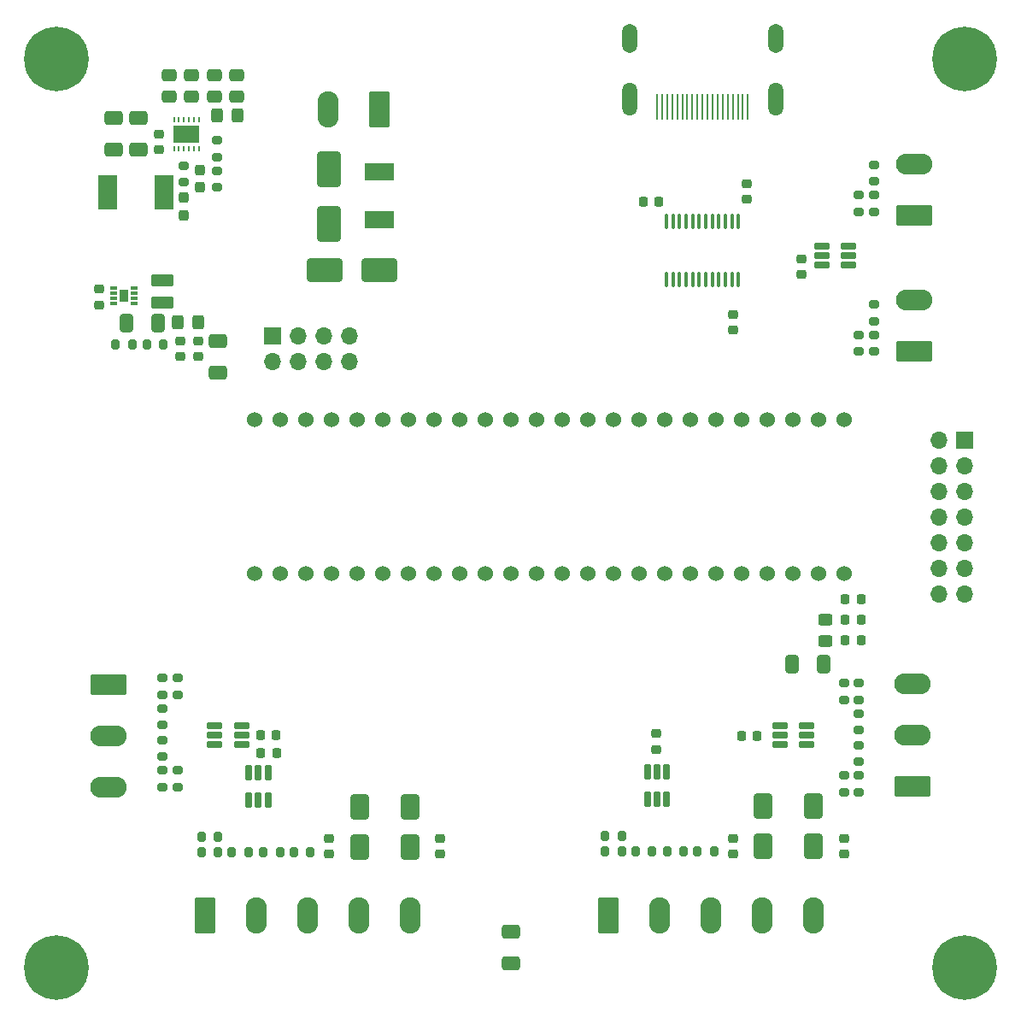
<source format=gbr>
%TF.GenerationSoftware,KiCad,Pcbnew,8.0.4*%
%TF.CreationDate,2024-09-25T08:20:50+02:00*%
%TF.ProjectId,pong_pcb,706f6e67-5f70-4636-922e-6b696361645f,rev?*%
%TF.SameCoordinates,Original*%
%TF.FileFunction,Soldermask,Top*%
%TF.FilePolarity,Negative*%
%FSLAX46Y46*%
G04 Gerber Fmt 4.6, Leading zero omitted, Abs format (unit mm)*
G04 Created by KiCad (PCBNEW 8.0.4) date 2024-09-25 08:20:50*
%MOMM*%
%LPD*%
G01*
G04 APERTURE LIST*
G04 Aperture macros list*
%AMRoundRect*
0 Rectangle with rounded corners*
0 $1 Rounding radius*
0 $2 $3 $4 $5 $6 $7 $8 $9 X,Y pos of 4 corners*
0 Add a 4 corners polygon primitive as box body*
4,1,4,$2,$3,$4,$5,$6,$7,$8,$9,$2,$3,0*
0 Add four circle primitives for the rounded corners*
1,1,$1+$1,$2,$3*
1,1,$1+$1,$4,$5*
1,1,$1+$1,$6,$7*
1,1,$1+$1,$8,$9*
0 Add four rect primitives between the rounded corners*
20,1,$1+$1,$2,$3,$4,$5,0*
20,1,$1+$1,$4,$5,$6,$7,0*
20,1,$1+$1,$6,$7,$8,$9,0*
20,1,$1+$1,$8,$9,$2,$3,0*%
G04 Aperture macros list end*
%ADD10RoundRect,0.200000X-0.200000X-0.275000X0.200000X-0.275000X0.200000X0.275000X-0.200000X0.275000X0*%
%ADD11RoundRect,0.225000X0.250000X-0.225000X0.250000X0.225000X-0.250000X0.225000X-0.250000X-0.225000X0*%
%ADD12RoundRect,0.250000X0.650000X-1.000000X0.650000X1.000000X-0.650000X1.000000X-0.650000X-1.000000X0*%
%ADD13RoundRect,0.225000X0.225000X0.250000X-0.225000X0.250000X-0.225000X-0.250000X0.225000X-0.250000X0*%
%ADD14RoundRect,0.200000X0.200000X0.275000X-0.200000X0.275000X-0.200000X-0.275000X0.200000X-0.275000X0*%
%ADD15RoundRect,0.225000X-0.250000X0.225000X-0.250000X-0.225000X0.250000X-0.225000X0.250000X0.225000X0*%
%ADD16RoundRect,0.200000X-0.275000X0.200000X-0.275000X-0.200000X0.275000X-0.200000X0.275000X0.200000X0*%
%ADD17C,0.800000*%
%ADD18C,6.400000*%
%ADD19R,0.280000X2.600000*%
%ADD20O,1.500000X3.300000*%
%ADD21O,1.500000X2.890000*%
%ADD22RoundRect,0.250000X0.475000X-0.337500X0.475000X0.337500X-0.475000X0.337500X-0.475000X-0.337500X0*%
%ADD23R,1.850000X3.400000*%
%ADD24R,2.950000X1.680000*%
%ADD25RoundRect,0.200000X0.275000X-0.200000X0.275000X0.200000X-0.275000X0.200000X-0.275000X-0.200000X0*%
%ADD26R,1.700000X1.700000*%
%ADD27O,1.700000X1.700000*%
%ADD28RoundRect,0.225000X-0.225000X-0.250000X0.225000X-0.250000X0.225000X0.250000X-0.225000X0.250000X0*%
%ADD29RoundRect,0.250000X0.412500X0.650000X-0.412500X0.650000X-0.412500X-0.650000X0.412500X-0.650000X0*%
%ADD30RoundRect,0.250000X0.325000X0.450000X-0.325000X0.450000X-0.325000X-0.450000X0.325000X-0.450000X0*%
%ADD31RoundRect,0.162500X-0.617500X-0.162500X0.617500X-0.162500X0.617500X0.162500X-0.617500X0.162500X0*%
%ADD32RoundRect,0.237500X0.237500X-0.300000X0.237500X0.300000X-0.237500X0.300000X-0.237500X-0.300000X0*%
%ADD33RoundRect,0.250000X0.650000X-0.412500X0.650000X0.412500X-0.650000X0.412500X-0.650000X-0.412500X0*%
%ADD34RoundRect,0.162500X0.617500X0.162500X-0.617500X0.162500X-0.617500X-0.162500X0.617500X-0.162500X0*%
%ADD35RoundRect,0.249999X1.550001X-0.790001X1.550001X0.790001X-1.550001X0.790001X-1.550001X-0.790001X0*%
%ADD36O,3.600000X2.080000*%
%ADD37RoundRect,0.249999X-0.790001X-1.550001X0.790001X-1.550001X0.790001X1.550001X-0.790001X1.550001X0*%
%ADD38O,2.080000X3.600000*%
%ADD39RoundRect,0.162500X0.162500X-0.617500X0.162500X0.617500X-0.162500X0.617500X-0.162500X-0.617500X0*%
%ADD40R,0.250000X0.530000*%
%ADD41R,2.500000X1.700000*%
%ADD42C,1.524000*%
%ADD43RoundRect,0.250000X-0.325000X-0.450000X0.325000X-0.450000X0.325000X0.450000X-0.325000X0.450000X0*%
%ADD44RoundRect,0.250000X-1.500000X-0.900000X1.500000X-0.900000X1.500000X0.900000X-1.500000X0.900000X0*%
%ADD45RoundRect,0.237500X-0.237500X0.300000X-0.237500X-0.300000X0.237500X-0.300000X0.237500X0.300000X0*%
%ADD46RoundRect,0.249999X-1.550001X0.790001X-1.550001X-0.790001X1.550001X-0.790001X1.550001X0.790001X0*%
%ADD47RoundRect,0.250000X-0.650000X0.412500X-0.650000X-0.412500X0.650000X-0.412500X0.650000X0.412500X0*%
%ADD48R,0.750000X0.300000*%
%ADD49R,0.900000X1.300000*%
%ADD50RoundRect,0.250000X-0.850000X0.375000X-0.850000X-0.375000X0.850000X-0.375000X0.850000X0.375000X0*%
%ADD51RoundRect,0.250000X0.450000X-0.325000X0.450000X0.325000X-0.450000X0.325000X-0.450000X-0.325000X0*%
%ADD52RoundRect,0.250000X0.900000X-1.500000X0.900000X1.500000X-0.900000X1.500000X-0.900000X-1.500000X0*%
%ADD53RoundRect,0.249999X0.790001X1.550001X-0.790001X1.550001X-0.790001X-1.550001X0.790001X-1.550001X0*%
%ADD54RoundRect,0.100000X0.100000X-0.637500X0.100000X0.637500X-0.100000X0.637500X-0.100000X-0.637500X0*%
G04 APERTURE END LIST*
D10*
%TO.C,R17*%
X119350000Y-126000000D03*
X121000000Y-126000000D03*
%TD*%
D11*
%TO.C,C23*%
X103000000Y-127775000D03*
X103000000Y-126225000D03*
%TD*%
D12*
%TO.C,D5*%
X135000000Y-127000000D03*
X135000000Y-123000000D03*
%TD*%
D13*
%TO.C,C11*%
X124700000Y-63200000D03*
X123150000Y-63200000D03*
%TD*%
D14*
%TO.C,R5*%
X72495000Y-77315000D03*
X70845000Y-77315000D03*
%TD*%
D15*
%TO.C,C20*%
X79000000Y-76950000D03*
X79000000Y-78500000D03*
%TD*%
D16*
%TO.C,RV2*%
X75500000Y-113350000D03*
X75500000Y-115000000D03*
%TD*%
D12*
%TO.C,D4*%
X100000000Y-127080000D03*
X100000000Y-123080000D03*
%TD*%
D17*
%TO.C,H4*%
X152600000Y-139000000D03*
X153302944Y-137302944D03*
X153302944Y-140697056D03*
X155000000Y-136600000D03*
D18*
X155000000Y-139000000D03*
D17*
X155000000Y-141400000D03*
X156697056Y-137302944D03*
X156697056Y-140697056D03*
X157400000Y-139000000D03*
%TD*%
D12*
%TO.C,D3*%
X95000000Y-127080000D03*
X95000000Y-123080000D03*
%TD*%
D19*
%TO.C,J2*%
X124502956Y-53800000D03*
X125000000Y-53800000D03*
X125500000Y-53800000D03*
X126000000Y-53800000D03*
X126500000Y-53800000D03*
X127002956Y-53800000D03*
X127500000Y-53800000D03*
X128000000Y-53800000D03*
X128500000Y-53800000D03*
X129000000Y-53800000D03*
X129502956Y-53800000D03*
X130000000Y-53800000D03*
X130500000Y-53800000D03*
X131000000Y-53800000D03*
X131500000Y-53800000D03*
X132002956Y-53800000D03*
X132500000Y-53800000D03*
X133000000Y-53800000D03*
X133500000Y-53800000D03*
D20*
X136250000Y-53000000D03*
D21*
X136250000Y-47000000D03*
D20*
X121750000Y-53000000D03*
D21*
X121750000Y-47000000D03*
%TD*%
D22*
%TO.C,C2*%
X82875000Y-52750000D03*
X82875000Y-50675000D03*
%TD*%
D16*
%TO.C,R2*%
X77625000Y-59600000D03*
X77625000Y-61250000D03*
%TD*%
D10*
%TO.C,RV7*%
X82350000Y-127580000D03*
X84000000Y-127580000D03*
%TD*%
D11*
%TO.C,C22*%
X92000000Y-127775000D03*
X92000000Y-126225000D03*
%TD*%
%TO.C,C24*%
X132000000Y-127775000D03*
X132000000Y-126225000D03*
%TD*%
D23*
%TO.C,L1*%
X75625000Y-62250000D03*
X70075000Y-62250000D03*
%TD*%
D24*
%TO.C,F1*%
X97000000Y-60170000D03*
X97000000Y-64950000D03*
%TD*%
D25*
%TO.C,R15*%
X146000000Y-78000000D03*
X146000000Y-76350000D03*
%TD*%
D26*
%TO.C,J11*%
X86380000Y-76500000D03*
D27*
X86380000Y-79040000D03*
X88920000Y-76500000D03*
X88920000Y-79040000D03*
X91460000Y-76500000D03*
X91460000Y-79040000D03*
X94000000Y-76500000D03*
X94000000Y-79040000D03*
%TD*%
D11*
%TO.C,C30*%
X124450000Y-117400000D03*
X124450000Y-115850000D03*
%TD*%
D28*
%TO.C,C27*%
X85225000Y-116000000D03*
X86775000Y-116000000D03*
%TD*%
D29*
%TO.C,C13*%
X141000000Y-109000000D03*
X137875000Y-109000000D03*
%TD*%
D30*
%TO.C,L2*%
X82957500Y-54605000D03*
X80907500Y-54605000D03*
%TD*%
D25*
%TO.C,RV5*%
X146000000Y-75000000D03*
X146000000Y-73350000D03*
%TD*%
D31*
%TO.C,U5*%
X80650000Y-115050000D03*
X80650000Y-116000000D03*
X80650000Y-116950000D03*
X83350000Y-116950000D03*
X83350000Y-116000000D03*
X83350000Y-115050000D03*
%TD*%
D16*
%TO.C,R7*%
X77000000Y-110350000D03*
X77000000Y-112000000D03*
%TD*%
D32*
%TO.C,C1*%
X77625000Y-64500000D03*
X77625000Y-62775000D03*
%TD*%
D28*
%TO.C,C15*%
X143150000Y-102570000D03*
X144700000Y-102570000D03*
%TD*%
D33*
%TO.C,C8*%
X73125000Y-58000000D03*
X73125000Y-54875000D03*
%TD*%
D14*
%TO.C,R21*%
X130150000Y-127500000D03*
X128500000Y-127500000D03*
%TD*%
D34*
%TO.C,U9*%
X143500000Y-69450000D03*
X143500000Y-68500000D03*
X143500000Y-67550000D03*
X140800000Y-67550000D03*
X140800000Y-68500000D03*
X140800000Y-69450000D03*
%TD*%
D28*
%TO.C,C29*%
X85250000Y-117750000D03*
X86800000Y-117750000D03*
%TD*%
D35*
%TO.C,J4*%
X149822500Y-121080000D03*
D36*
X149822500Y-116000000D03*
X149822500Y-110920000D03*
%TD*%
D10*
%TO.C,R22*%
X119350000Y-127500000D03*
X121000000Y-127500000D03*
%TD*%
D37*
%TO.C,J7*%
X119640000Y-133822500D03*
D38*
X124720000Y-133822500D03*
X129800000Y-133822500D03*
X134880000Y-133822500D03*
X139960000Y-133822500D03*
%TD*%
D22*
%TO.C,C5*%
X78375000Y-52750000D03*
X78375000Y-50675000D03*
%TD*%
D25*
%TO.C,R6*%
X77000000Y-121150000D03*
X77000000Y-119500000D03*
%TD*%
D28*
%TO.C,C14*%
X143150000Y-106600000D03*
X144700000Y-106600000D03*
%TD*%
D15*
%TO.C,C31*%
X138800000Y-68850000D03*
X138800000Y-70400000D03*
%TD*%
D35*
%TO.C,J5*%
X149972500Y-78000000D03*
D36*
X149972500Y-72920000D03*
%TD*%
D16*
%TO.C,R3*%
X80855000Y-57100000D03*
X80855000Y-58750000D03*
%TD*%
D33*
%TO.C,C26*%
X110000000Y-138625000D03*
X110000000Y-135500000D03*
%TD*%
D10*
%TO.C,R20*%
X79350000Y-127580000D03*
X81000000Y-127580000D03*
%TD*%
D28*
%TO.C,C16*%
X143150000Y-104570000D03*
X144700000Y-104570000D03*
%TD*%
D14*
%TO.C,R4*%
X75570000Y-77315000D03*
X73920000Y-77315000D03*
%TD*%
D15*
%TO.C,C19*%
X77220000Y-76950000D03*
X77220000Y-78500000D03*
%TD*%
D16*
%TO.C,R13*%
X144500000Y-110850000D03*
X144500000Y-112500000D03*
%TD*%
D14*
%TO.C,RV8*%
X127150000Y-127500000D03*
X125500000Y-127500000D03*
%TD*%
D16*
%TO.C,R12*%
X75500000Y-110350000D03*
X75500000Y-112000000D03*
%TD*%
D14*
%TO.C,R19*%
X90150000Y-127580000D03*
X88500000Y-127580000D03*
%TD*%
D13*
%TO.C,C28*%
X134400000Y-116050000D03*
X132850000Y-116050000D03*
%TD*%
D39*
%TO.C,U8*%
X123550000Y-122350000D03*
X124500000Y-122350000D03*
X125450000Y-122350000D03*
X125450000Y-119650000D03*
X124500000Y-119650000D03*
X123550000Y-119650000D03*
%TD*%
D25*
%TO.C,RV10*%
X146000000Y-61150000D03*
X146000000Y-59500000D03*
%TD*%
D22*
%TO.C,C4*%
X76125000Y-52750000D03*
X76125000Y-50675000D03*
%TD*%
D11*
%TO.C,C12*%
X133400000Y-62900000D03*
X133400000Y-61350000D03*
%TD*%
D33*
%TO.C,C7*%
X70625000Y-58000000D03*
X70625000Y-54875000D03*
%TD*%
D25*
%TO.C,RV4*%
X144500000Y-118650000D03*
X144500000Y-117000000D03*
%TD*%
D17*
%TO.C,H2*%
X152600000Y-49000000D03*
X153302944Y-47302944D03*
X153302944Y-50697056D03*
X155000000Y-46600000D03*
D18*
X155000000Y-49000000D03*
D17*
X155000000Y-51400000D03*
X156697056Y-47302944D03*
X156697056Y-50697056D03*
X157400000Y-49000000D03*
%TD*%
D25*
%TO.C,RV1*%
X75500000Y-118150000D03*
X75500000Y-116500000D03*
%TD*%
D29*
%TO.C,C18*%
X75065000Y-75217500D03*
X71940000Y-75217500D03*
%TD*%
D26*
%TO.C,J9*%
X155000000Y-86760000D03*
D27*
X152460000Y-86760000D03*
X155000000Y-89300000D03*
X152460000Y-89300000D03*
X155000000Y-91840000D03*
X152460000Y-91840000D03*
X155000000Y-94380000D03*
X152460000Y-94380000D03*
X155000000Y-96920000D03*
X152460000Y-96920000D03*
X155000000Y-99460000D03*
X152460000Y-99460000D03*
X155000000Y-102000000D03*
X152460000Y-102000000D03*
%TD*%
D40*
%TO.C,U1*%
X76625000Y-57935000D03*
X77125000Y-57935000D03*
X77625000Y-57935000D03*
X78125000Y-57935000D03*
X78625000Y-57935000D03*
X79125000Y-57935000D03*
X79125000Y-55065000D03*
X78625000Y-55065000D03*
X78125000Y-55065000D03*
X77625000Y-55065000D03*
X77125000Y-55065000D03*
X76625000Y-55065000D03*
D41*
X77875000Y-56500000D03*
%TD*%
D42*
%TO.C,U2*%
X84600000Y-100000000D03*
X87140000Y-100000000D03*
X89680000Y-100000000D03*
X92220000Y-100000000D03*
X94760000Y-100000000D03*
X97300000Y-100000000D03*
X99840000Y-100000000D03*
X102380000Y-100000000D03*
X104920000Y-100000000D03*
X107460000Y-100000000D03*
X110000000Y-100000000D03*
X112540000Y-100000000D03*
X115080000Y-100000000D03*
X117620000Y-100000000D03*
X120160000Y-100000000D03*
X122700000Y-100000000D03*
X125240000Y-100000000D03*
X127780000Y-100000000D03*
X130320000Y-100000000D03*
X132860000Y-100000000D03*
X135400000Y-100000000D03*
X137940000Y-100000000D03*
X140480000Y-100000000D03*
X143020000Y-100000000D03*
X143020000Y-84760000D03*
X140480000Y-84760000D03*
X137940000Y-84760000D03*
X135400000Y-84760000D03*
X132860000Y-84760000D03*
X130320000Y-84760000D03*
X127780000Y-84760000D03*
X125240000Y-84760000D03*
X122700000Y-84760000D03*
X120160000Y-84760000D03*
X117620000Y-84760000D03*
X115080000Y-84760000D03*
X112540000Y-84760000D03*
X110000000Y-84760000D03*
X107460000Y-84760000D03*
X104920000Y-84760000D03*
X102380000Y-84760000D03*
X99840000Y-84760000D03*
X97300000Y-84760000D03*
X94760000Y-84760000D03*
X92220000Y-84760000D03*
X89680000Y-84760000D03*
X87140000Y-84760000D03*
X84600000Y-84760000D03*
%TD*%
D14*
%TO.C,RV6*%
X87150000Y-127580000D03*
X85500000Y-127580000D03*
%TD*%
D43*
%TO.C,L5*%
X76970000Y-75115000D03*
X79020000Y-75115000D03*
%TD*%
D16*
%TO.C,R18*%
X144500000Y-62500000D03*
X144500000Y-64150000D03*
%TD*%
D44*
%TO.C,D1*%
X91600000Y-69950000D03*
X97000000Y-69950000D03*
%TD*%
D12*
%TO.C,D6*%
X140000000Y-127000000D03*
X140000000Y-123000000D03*
%TD*%
D11*
%TO.C,C9*%
X75125000Y-58000000D03*
X75125000Y-56450000D03*
%TD*%
D35*
%TO.C,J8*%
X149972500Y-64540000D03*
D36*
X149972500Y-59460000D03*
%TD*%
D25*
%TO.C,R11*%
X75500000Y-121150000D03*
X75500000Y-119500000D03*
%TD*%
D45*
%TO.C,C6*%
X79225000Y-60000000D03*
X79225000Y-61725000D03*
%TD*%
D22*
%TO.C,C3*%
X80625000Y-52750000D03*
X80625000Y-50675000D03*
%TD*%
D34*
%TO.C,U6*%
X139350000Y-116950000D03*
X139350000Y-116000000D03*
X139350000Y-115050000D03*
X136650000Y-115050000D03*
X136650000Y-116000000D03*
X136650000Y-116950000D03*
%TD*%
D10*
%TO.C,RV9*%
X122350000Y-127500000D03*
X124000000Y-127500000D03*
%TD*%
D16*
%TO.C,R1*%
X80875000Y-60100000D03*
X80875000Y-61750000D03*
%TD*%
D15*
%TO.C,C17*%
X69200000Y-71833750D03*
X69200000Y-73383750D03*
%TD*%
D25*
%TO.C,R23*%
X146000000Y-64150000D03*
X146000000Y-62500000D03*
%TD*%
D37*
%TO.C,J6*%
X79680000Y-133822500D03*
D38*
X84760000Y-133822500D03*
X89840000Y-133822500D03*
X94920000Y-133822500D03*
X100000000Y-133822500D03*
%TD*%
D46*
%TO.C,J3*%
X70177500Y-111000000D03*
D36*
X70177500Y-116080000D03*
X70177500Y-121160000D03*
%TD*%
D17*
%TO.C,H3*%
X62600000Y-139000000D03*
X63302944Y-137302944D03*
X63302944Y-140697056D03*
X65000000Y-136600000D03*
D18*
X65000000Y-139000000D03*
D17*
X65000000Y-141400000D03*
X66697056Y-137302944D03*
X66697056Y-140697056D03*
X67400000Y-139000000D03*
%TD*%
D11*
%TO.C,C25*%
X143000000Y-127775000D03*
X143000000Y-126225000D03*
%TD*%
D25*
%TO.C,R9*%
X143000000Y-121650000D03*
X143000000Y-120000000D03*
%TD*%
D15*
%TO.C,C10*%
X131995000Y-74312500D03*
X131995000Y-75862500D03*
%TD*%
D47*
%TO.C,C21*%
X81000000Y-77000000D03*
X81000000Y-80125000D03*
%TD*%
D48*
%TO.C,U4*%
X70690000Y-71717500D03*
X70690000Y-72217500D03*
X70690000Y-72717500D03*
X70690000Y-73217500D03*
X72690000Y-73217500D03*
X72690000Y-72717500D03*
X72690000Y-72217500D03*
X72690000Y-71717500D03*
D49*
X71690000Y-72467500D03*
%TD*%
D16*
%TO.C,R8*%
X143000000Y-110850000D03*
X143000000Y-112500000D03*
%TD*%
D25*
%TO.C,R14*%
X144500000Y-121650000D03*
X144500000Y-120000000D03*
%TD*%
D50*
%TO.C,L4*%
X75440000Y-70967500D03*
X75440000Y-73117500D03*
%TD*%
D39*
%TO.C,U7*%
X84050000Y-122430000D03*
X85000000Y-122430000D03*
X85950000Y-122430000D03*
X85950000Y-119730000D03*
X85000000Y-119730000D03*
X84050000Y-119730000D03*
%TD*%
D25*
%TO.C,R10*%
X144500000Y-78000000D03*
X144500000Y-76350000D03*
%TD*%
D10*
%TO.C,R16*%
X79350000Y-126080000D03*
X81000000Y-126080000D03*
%TD*%
D17*
%TO.C,H1*%
X62600000Y-49000000D03*
X63302944Y-47302944D03*
X63302944Y-50697056D03*
X65000000Y-46600000D03*
D18*
X65000000Y-49000000D03*
D17*
X65000000Y-51400000D03*
X66697056Y-47302944D03*
X66697056Y-50697056D03*
X67400000Y-49000000D03*
%TD*%
D51*
%TO.C,L3*%
X141150000Y-106650000D03*
X141150000Y-104600000D03*
%TD*%
D16*
%TO.C,RV3*%
X144500000Y-113850000D03*
X144500000Y-115500000D03*
%TD*%
D52*
%TO.C,D2*%
X92000000Y-65350000D03*
X92000000Y-59950000D03*
%TD*%
D53*
%TO.C,J1*%
X97000000Y-54027500D03*
D38*
X91920000Y-54027500D03*
%TD*%
D54*
%TO.C,U3*%
X125425000Y-70862500D03*
X126075000Y-70862500D03*
X126725000Y-70862500D03*
X127375000Y-70862500D03*
X128025000Y-70862500D03*
X128675000Y-70862500D03*
X129325000Y-70862500D03*
X129975000Y-70862500D03*
X130625000Y-70862500D03*
X131275000Y-70862500D03*
X131925000Y-70862500D03*
X132575000Y-70862500D03*
X132575000Y-65137500D03*
X131925000Y-65137500D03*
X131275000Y-65137500D03*
X130625000Y-65137500D03*
X129975000Y-65137500D03*
X129325000Y-65137500D03*
X128675000Y-65137500D03*
X128025000Y-65137500D03*
X127375000Y-65137500D03*
X126725000Y-65137500D03*
X126075000Y-65137500D03*
X125425000Y-65137500D03*
%TD*%
M02*

</source>
